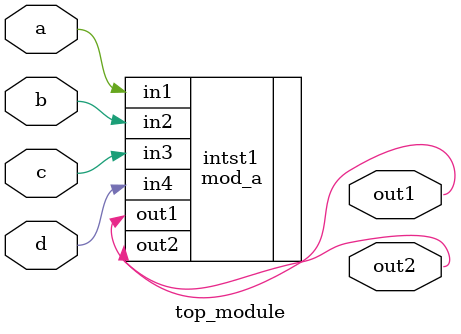
<source format=v>
module top_module ( 
    input a, 
    input b, 
    input c,
    input d,
    output out1,
    output out2
);

    mod_a intst1 (.out1(out1), .out2(out2), .in1(a), .in2(b), .in3(c), .in4(d),);
endmodule

</source>
